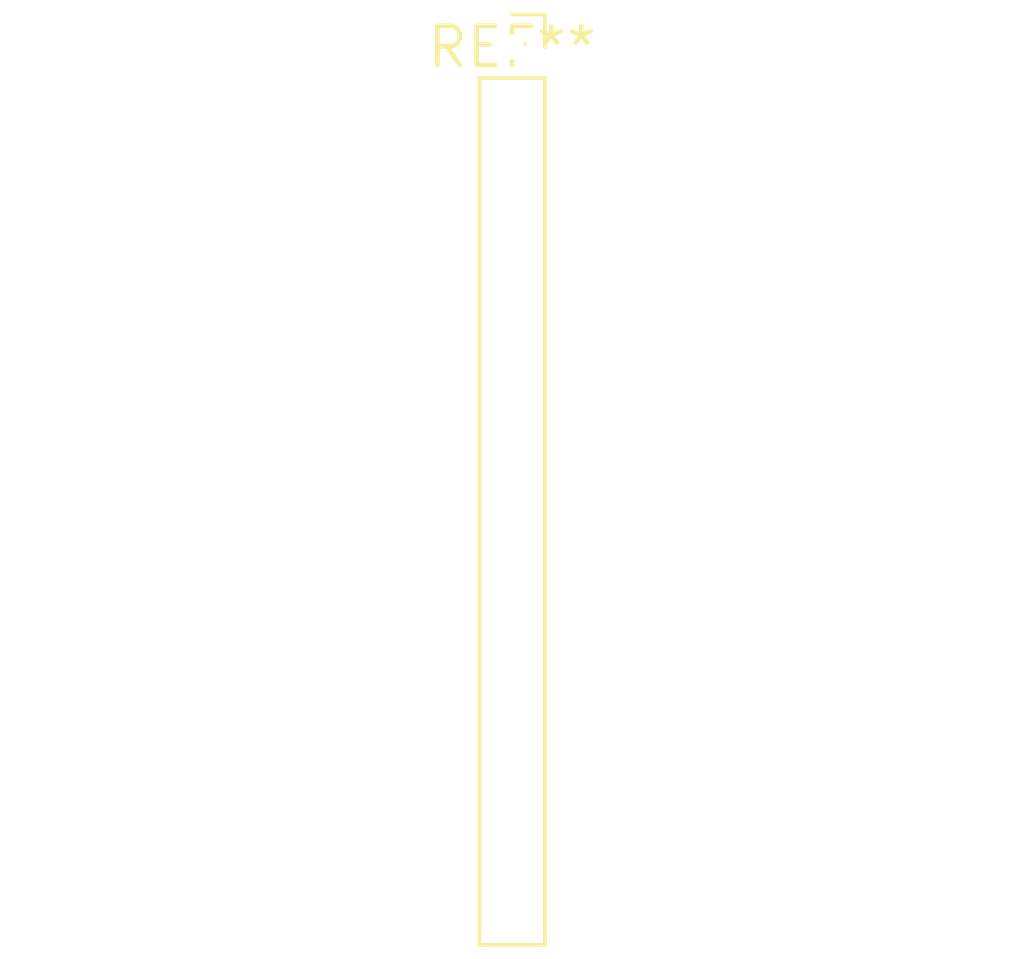
<source format=kicad_pcb>
(kicad_pcb (version 20240108) (generator pcbnew)
  (layers (0 "F.Cu" signal) (31 "B.Cu" signal) (34 "B.Paste" user) (35 "F.Paste" user) (36 "B.SilkS" user "B.Silkscreen") (37 "F.SilkS" user "F.Silkscreen") (38 "B.Mask" user) (39 "F.Mask" user) (44 "Edge.Cuts" user))
  (net 0 "")
  (footprint "PinSocket_1x15_P2.00mm_Vertical" (layer "F.Cu") (at 0 0)
    (property "Reference" "REF**")
    (property "Value" "PinSocket_1x15_P2.00mm_Vertical")
    (fp_line (start -1.06 1) (end -1.06 29.06) (layer "F.SilkS") (stroke (width 0.12)))
    (fp_line (start -1.06 1) (end 1.06 1) (layer "F.SilkS") (stroke (width 0.12)))
    (fp_line (start -1.06 29.06) (end 1.06 29.06) (layer "F.SilkS") (stroke (width 0.12)))
    (fp_line (start 0 -1.06) (end 1.06 -1.06) (layer "F.SilkS") (stroke (width 0.12)))
    (fp_line (start 1.06 -1.06) (end 1.06 0) (layer "F.SilkS") (stroke (width 0.12)))
    (fp_line (start 1.06 1) (end 1.06 29.06) (layer "F.SilkS") (stroke (width 0.12)))
    (pad "1" thru_hole rect (at 0 0) (size 1.35 1.35) (drill 0.8) (layers *.Cu *.Mask) (remove_unused_layers))
    (pad "2" thru_hole oval (at 0 2) (size 1.35 1.35) (drill 0.8) (layers *.Cu *.Mask) (remove_unused_layers))
    (pad "3" thru_hole oval (at 0 4) (size 1.35 1.35) (drill 0.8) (layers *.Cu *.Mask) (remove_unused_layers))
    (pad "4" thru_hole oval (at 0 6) (size 1.35 1.35) (drill 0.8) (layers *.Cu *.Mask) (remove_unused_layers))
    (pad "5" thru_hole oval (at 0 8) (size 1.35 1.35) (drill 0.8) (layers *.Cu *.Mask) (remove_unused_layers))
    (pad "6" thru_hole oval (at 0 10) (size 1.35 1.35) (drill 0.8) (layers *.Cu *.Mask) (remove_unused_layers))
    (pad "7" thru_hole oval (at 0 12) (size 1.35 1.35) (drill 0.8) (layers *.Cu *.Mask) (remove_unused_layers))
    (pad "8" thru_hole oval (at 0 14) (size 1.35 1.35) (drill 0.8) (layers *.Cu *.Mask) (remove_unused_layers))
    (pad "9" thru_hole oval (at 0 16) (size 1.35 1.35) (drill 0.8) (layers *.Cu *.Mask) (remove_unused_layers))
    (pad "10" thru_hole oval (at 0 18) (size 1.35 1.35) (drill 0.8) (layers *.Cu *.Mask) (remove_unused_layers))
    (pad "11" thru_hole oval (at 0 20) (size 1.35 1.35) (drill 0.8) (layers *.Cu *.Mask) (remove_unused_layers))
    (pad "12" thru_hole oval (at 0 22) (size 1.35 1.35) (drill 0.8) (layers *.Cu *.Mask) (remove_unused_layers))
    (pad "13" thru_hole oval (at 0 24) (size 1.35 1.35) (drill 0.8) (layers *.Cu *.Mask) (remove_unused_layers))
    (pad "14" thru_hole oval (at 0 26) (size 1.35 1.35) (drill 0.8) (layers *.Cu *.Mask) (remove_unused_layers))
    (pad "15" thru_hole oval (at 0 28) (size 1.35 1.35) (drill 0.8) (layers *.Cu *.Mask) (remove_unused_layers))
  )
)
</source>
